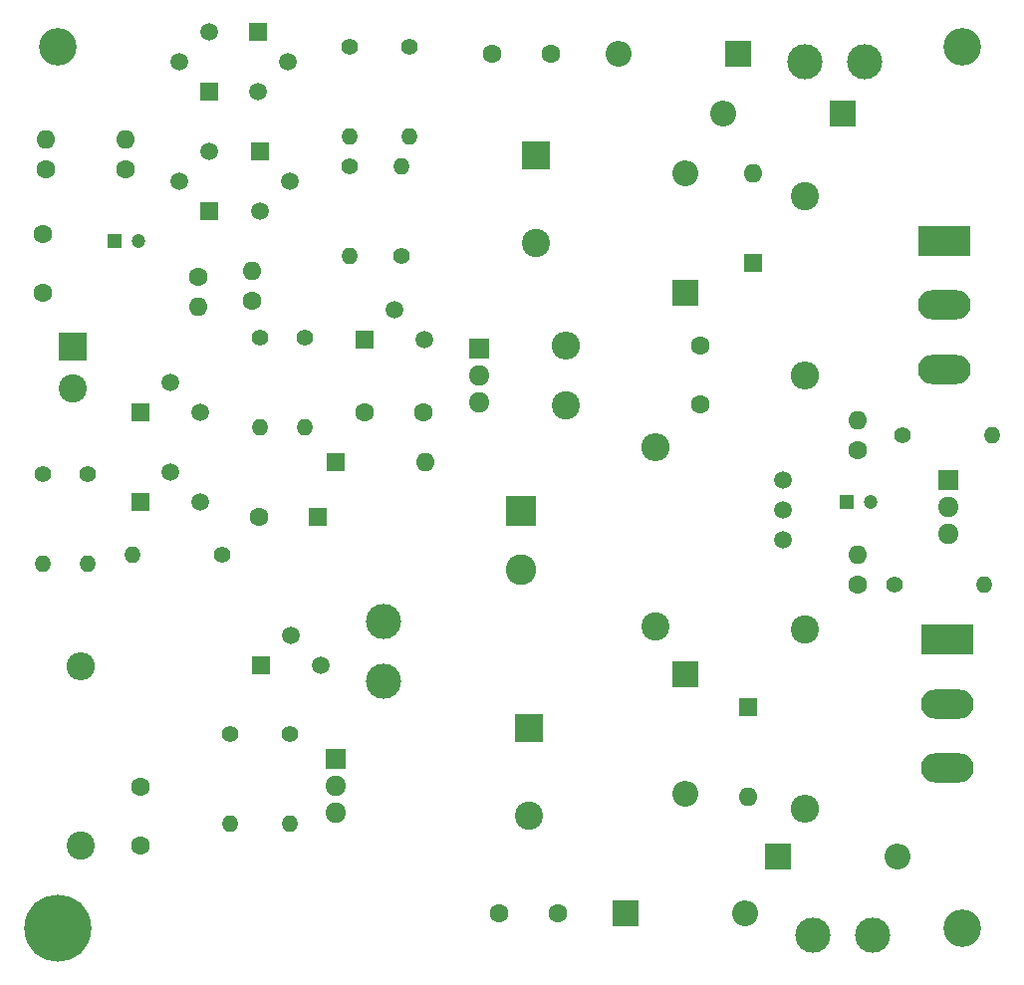
<source format=gbr>
%TF.GenerationSoftware,KiCad,Pcbnew,8.0.7*%
%TF.CreationDate,2025-01-25T09:59:56-05:00*%
%TF.ProjectId,classab-amp,636c6173-7361-4622-9d61-6d702e6b6963,rev?*%
%TF.SameCoordinates,Original*%
%TF.FileFunction,Soldermask,Bot*%
%TF.FilePolarity,Negative*%
%FSLAX46Y46*%
G04 Gerber Fmt 4.6, Leading zero omitted, Abs format (unit mm)*
G04 Created by KiCad (PCBNEW 8.0.7) date 2025-01-25 09:59:56*
%MOMM*%
%LPD*%
G01*
G04 APERTURE LIST*
%ADD10C,1.600000*%
%ADD11O,1.600000X1.600000*%
%ADD12R,1.600000X1.600000*%
%ADD13C,1.400000*%
%ADD14O,1.400000X1.400000*%
%ADD15C,2.400000*%
%ADD16O,2.400000X2.400000*%
%ADD17R,1.500000X1.500000*%
%ADD18C,1.500000*%
%ADD19R,2.400000X2.400000*%
%ADD20C,3.200000*%
%ADD21R,2.200000X2.200000*%
%ADD22O,2.200000X2.200000*%
%ADD23C,3.000000*%
%ADD24R,1.800000X1.710000*%
%ADD25O,1.800000X1.710000*%
%ADD26R,1.200000X1.200000*%
%ADD27C,1.200000*%
%ADD28R,2.600000X2.600000*%
%ADD29C,2.600000*%
%ADD30C,5.700000*%
%ADD31C,1.512000*%
%ADD32R,4.500000X2.500000*%
%ADD33O,4.500000X2.500000*%
G04 APERTURE END LIST*
D10*
%TO.C,R24*%
X208788000Y-53848000D03*
D11*
X208788000Y-56388000D03*
%TD*%
D10*
%TO.C,R23*%
X213360000Y-55909000D03*
D11*
X213360000Y-53369000D03*
%TD*%
D12*
%TO.C,D1*%
X220472000Y-69596000D03*
D11*
X228092000Y-69596000D03*
%TD*%
D13*
%TO.C,R22*%
X195580000Y-70612000D03*
D14*
X195580000Y-78232000D03*
%TD*%
D15*
%TO.C,R16*%
X260350000Y-46990000D03*
D16*
X260350000Y-62230000D03*
%TD*%
D17*
%TO.C,Q16*%
X222885000Y-59190000D03*
D18*
X225425000Y-56650000D03*
X227965000Y-59190000D03*
%TD*%
D19*
%TO.C,C14*%
X237490000Y-43512220D03*
D15*
X237490000Y-51012220D03*
%TD*%
D17*
%TO.C,Q4*%
X209685000Y-38100000D03*
D18*
X207145000Y-35560000D03*
X209685000Y-33020000D03*
%TD*%
D17*
%TO.C,Q1*%
X213995000Y-43180000D03*
D18*
X216535000Y-45720000D03*
X213995000Y-48260000D03*
%TD*%
D13*
%TO.C,R5*%
X210820000Y-77470000D03*
D14*
X203200000Y-77470000D03*
%TD*%
D20*
%TO.C,REF\u002A\u002A*%
X273685000Y-109220000D03*
%TD*%
D21*
%TO.C,D6*%
X250190000Y-55245000D03*
D22*
X250190000Y-45085000D03*
%TD*%
D10*
%TO.C,C2*%
X195580000Y-50205000D03*
X195580000Y-55205000D03*
%TD*%
D13*
%TO.C,R9*%
X217805000Y-59055000D03*
D14*
X217805000Y-66675000D03*
%TD*%
D13*
%TO.C,R3*%
X221615000Y-34290000D03*
D14*
X221615000Y-41910000D03*
%TD*%
D21*
%TO.C,D11*%
X250190000Y-87630000D03*
D22*
X250190000Y-97790000D03*
%TD*%
D23*
%TO.C,J2*%
X260985000Y-109855000D03*
X266065000Y-109855000D03*
%TD*%
D24*
%TO.C,Q7*%
X272548000Y-71120000D03*
D25*
X272548000Y-73400000D03*
X272548000Y-75680000D03*
%TD*%
D21*
%TO.C,D10*%
X245110000Y-107950000D03*
D22*
X255270000Y-107950000D03*
%TD*%
D13*
%TO.C,R14*%
X211455000Y-92710000D03*
D14*
X211455000Y-100330000D03*
%TD*%
D23*
%TO.C,J5*%
X224536000Y-88265000D03*
X224536000Y-83185000D03*
%TD*%
D21*
%TO.C,D7*%
X254635000Y-34925000D03*
D22*
X244475000Y-34925000D03*
%TD*%
D26*
%TO.C,C6*%
X263930000Y-73025000D03*
D27*
X265930000Y-73025000D03*
%TD*%
D15*
%TO.C,R17*%
X260350000Y-83820000D03*
D16*
X260350000Y-99060000D03*
%TD*%
D10*
%TO.C,R11*%
X264795000Y-68580000D03*
D11*
X264795000Y-66040000D03*
%TD*%
D13*
%TO.C,R13*%
X216535000Y-92710000D03*
D14*
X216535000Y-100330000D03*
%TD*%
D17*
%TO.C,Q15*%
X203835000Y-65405000D03*
D18*
X206375000Y-62865000D03*
X208915000Y-65405000D03*
%TD*%
D10*
%TO.C,R1*%
X202565000Y-44733000D03*
D11*
X202565000Y-42193000D03*
%TD*%
D13*
%TO.C,R18*%
X267970000Y-80010000D03*
D14*
X275590000Y-80010000D03*
%TD*%
D24*
%TO.C,Q8*%
X220472000Y-94880000D03*
D25*
X220472000Y-97160000D03*
X220472000Y-99440000D03*
%TD*%
D13*
%TO.C,R7*%
X213995000Y-59055000D03*
D14*
X213995000Y-66675000D03*
%TD*%
D28*
%TO.C,J1*%
X236220000Y-73740000D03*
D29*
X236220000Y-78740000D03*
%TD*%
D30*
%TO.C,*%
X196850000Y-109220000D03*
%TD*%
D13*
%TO.C,R6*%
X199390000Y-70612000D03*
D14*
X199390000Y-78232000D03*
%TD*%
D31*
%TO.C,RV1*%
X258445000Y-71120000D03*
X258445000Y-73660000D03*
X258445000Y-76200000D03*
%TD*%
D32*
%TO.C,Q9*%
X272161000Y-50800000D03*
D33*
X272161000Y-56250000D03*
X272161000Y-61700000D03*
%TD*%
D21*
%TO.C,D8*%
X263525000Y-40005000D03*
D22*
X253365000Y-40005000D03*
%TD*%
D13*
%TO.C,R4*%
X226695000Y-34290000D03*
D14*
X226695000Y-41910000D03*
%TD*%
D13*
%TO.C,R8*%
X268605000Y-67310000D03*
D14*
X276225000Y-67310000D03*
%TD*%
D23*
%TO.C,J4*%
X260350000Y-35560000D03*
X265430000Y-35560000D03*
%TD*%
D12*
%TO.C,D5*%
X255905000Y-52705000D03*
D11*
X255905000Y-45085000D03*
%TD*%
D13*
%TO.C,R19*%
X221615000Y-44450000D03*
D14*
X221615000Y-52070000D03*
%TD*%
D19*
%TO.C,J3*%
X198120000Y-59825000D03*
D15*
X198120000Y-63325000D03*
%TD*%
D10*
%TO.C,C7*%
X203835000Y-97195000D03*
X203835000Y-102195000D03*
%TD*%
D17*
%TO.C,Q12*%
X214122000Y-86876000D03*
D18*
X216662000Y-84336000D03*
X219202000Y-86876000D03*
%TD*%
D12*
%TO.C,C4*%
X218937651Y-74295000D03*
D10*
X213937651Y-74295000D03*
%TD*%
%TO.C,R12*%
X264795000Y-80010000D03*
D11*
X264795000Y-77470000D03*
%TD*%
D17*
%TO.C,Q2*%
X209685000Y-48260000D03*
D18*
X207145000Y-45720000D03*
X209685000Y-43180000D03*
%TD*%
D13*
%TO.C,R10*%
X226060000Y-52070000D03*
D14*
X226060000Y-44450000D03*
%TD*%
D12*
%TO.C,D4*%
X255524000Y-90424000D03*
D11*
X255524000Y-98044000D03*
%TD*%
D20*
%TO.C,REF\u002A\u002A*%
X196850000Y-34290000D03*
%TD*%
D24*
%TO.C,Q6*%
X232670000Y-59955000D03*
D25*
X232670000Y-62235000D03*
X232670000Y-64515000D03*
%TD*%
D15*
%TO.C,R21*%
X247650000Y-83566000D03*
D16*
X247650000Y-68326000D03*
%TD*%
D17*
%TO.C,Q3*%
X213860000Y-33020000D03*
D18*
X216400000Y-35560000D03*
X213860000Y-38100000D03*
%TD*%
D10*
%TO.C,C15*%
X234355000Y-107950000D03*
X239355000Y-107950000D03*
%TD*%
D21*
%TO.C,D9*%
X258064000Y-103124000D03*
D22*
X268224000Y-103124000D03*
%TD*%
D10*
%TO.C,C3*%
X251460000Y-64730000D03*
X251460000Y-59730000D03*
%TD*%
D19*
%TO.C,C13*%
X236855000Y-92195000D03*
D15*
X236855000Y-99695000D03*
%TD*%
D10*
%TO.C,R2*%
X195834000Y-44704000D03*
D11*
X195834000Y-42164000D03*
%TD*%
D10*
%TO.C,C5*%
X222925000Y-65405000D03*
X227925000Y-65405000D03*
%TD*%
D32*
%TO.C,Q10*%
X272415000Y-84720000D03*
D33*
X272415000Y-90170000D03*
X272415000Y-95620000D03*
%TD*%
D17*
%TO.C,Q11*%
X203835000Y-73025000D03*
D18*
X206375000Y-70485000D03*
X208915000Y-73025000D03*
%TD*%
D20*
%TO.C,REF\u002A\u002A*%
X273685000Y-34290000D03*
%TD*%
D15*
%TO.C,R20*%
X240030000Y-64770000D03*
D16*
X240030000Y-59690000D03*
%TD*%
D26*
%TO.C,C1*%
X201700000Y-50800000D03*
D27*
X203700000Y-50800000D03*
%TD*%
D15*
%TO.C,R15*%
X198755000Y-102235000D03*
D16*
X198755000Y-86995000D03*
%TD*%
D10*
%TO.C,C16*%
X233720000Y-34925000D03*
X238720000Y-34925000D03*
%TD*%
M02*

</source>
